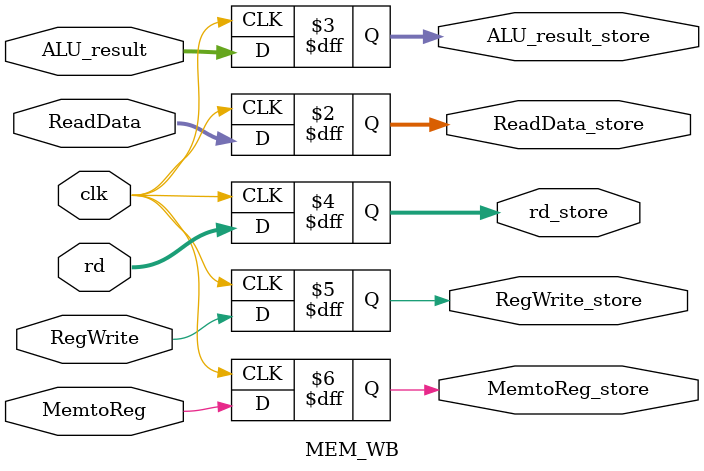
<source format=v>
`timescale 1ns / 1ps

module MEM_WB(
    input clk,                                      
    input [63:0] ReadData,          
    input [63:0] ALU_result,        
    input [4:0] rd,    
    input RegWrite,                 
    input MemtoReg,       
    output reg [63:0] ReadData_store, 
    output reg [63:0] ALU_result_store,
    output reg [4:0] rd_store,
    output reg RegWrite_store,        
    output reg MemtoReg_store
);
always @(posedge clk) 
begin
        ReadData_store <= ReadData;
        ALU_result_store <= ALU_result;
        rd_store <= rd;
        RegWrite_store <= RegWrite;
        MemtoReg_store <= MemtoReg;
end
endmodule

</source>
